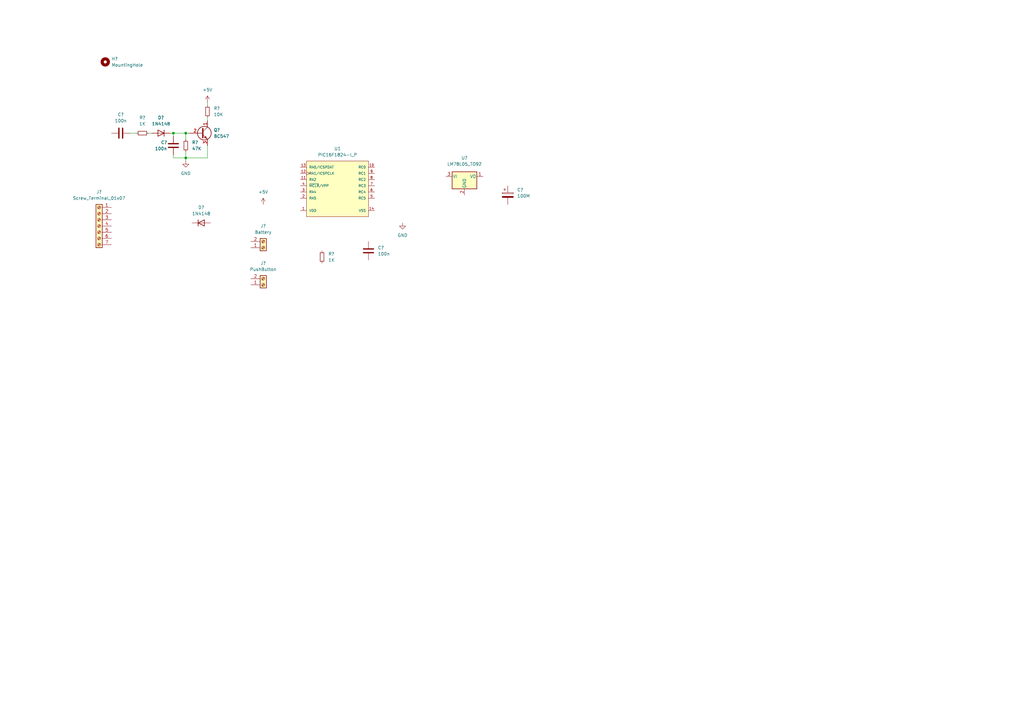
<source format=kicad_sch>
(kicad_sch (version 20211123) (generator eeschema)
  (paper "A3")
  (title_block (title "Water Level Sensor"))
  (lib_symbols
    (symbol "Connector:Screw_Terminal_01x02" (pin_names (offset 1.016) hide)
      (property "Reference" "J" (at 0 2.54 0))
      (property "Value" "Screw_Terminal_01x02" (at 0 -5.08 0))
      (symbol "Screw_Terminal_01x02_1_1"
        (rectangle (start -1.27 1.27) (end 1.27 -3.81) (stroke (width 0.254)) (fill (type background)))
        (circle (center 0 -2.54) (radius 0.635) (stroke (width 0.1524)))
        (polyline (pts (xy -0.5334 -2.2098) (xy 0.3302 -3.048)) (stroke (width 0.1524)))
        (polyline (pts (xy -0.5334 0.3302) (xy 0.3302 -0.508)) (stroke (width 0.1524)))
        (polyline (pts (xy -0.3556 -2.032) (xy 0.508 -2.8702)) (stroke (width 0.1524)))
        (polyline (pts (xy -0.3556 0.508) (xy 0.508 -0.3302)) (stroke (width 0.1524)))
        (circle (center 0 0) (radius 0.635) (stroke (width 0.1524)))
        (pin passive line (at -5.08 0 0) (length 3.81) (name "Pin_1") (number "1"))
        (pin passive line (at -5.08 -2.54 0) (length 3.81) (name "Pin_2") (number "2"))
      )
    )
    (symbol "Connector:Screw_Terminal_01x07" (pin_names (offset 1.016) hide)
      (property "Reference" "J" (at 0 10.16 0))
      (property "Value" "Screw_Terminal_01x07" (at 0 -10.16 0))
      (symbol "Screw_Terminal_01x07_1_1"
        (rectangle (start -1.27 8.89) (end 1.27 -8.89) (stroke (width 0.254)) (fill (type background)))
        (circle (center 0 -7.62) (radius 0.635) (stroke (width 0.1524)))
        (circle (center 0 -5.08) (radius 0.635) (stroke (width 0.1524)))
        (circle (center 0 -2.54) (radius 0.635) (stroke (width 0.1524)))
        (polyline (pts (xy -0.5334 -7.2898) (xy 0.3302 -8.128)) (stroke (width 0.1524)))
        (polyline (pts (xy -0.5334 -4.7498) (xy 0.3302 -5.588)) (stroke (width 0.1524)))
        (polyline (pts (xy -0.5334 -2.2098) (xy 0.3302 -3.048)) (stroke (width 0.1524)))
        (polyline (pts (xy -0.5334 0.3302) (xy 0.3302 -0.508)) (stroke (width 0.1524)))
        (polyline (pts (xy -0.5334 2.8702) (xy 0.3302 2.032)) (stroke (width 0.1524)))
        (polyline (pts (xy -0.5334 5.4102) (xy 0.3302 4.572)) (stroke (width 0.1524)))
        (polyline (pts (xy -0.5334 7.9502) (xy 0.3302 7.112)) (stroke (width 0.1524)))
        (polyline (pts (xy -0.3556 -7.112) (xy 0.508 -7.9502)) (stroke (width 0.1524)))
        (polyline (pts (xy -0.3556 -4.572) (xy 0.508 -5.4102)) (stroke (width 0.1524)))
        (polyline (pts (xy -0.3556 -2.032) (xy 0.508 -2.8702)) (stroke (width 0.1524)))
        (polyline (pts (xy -0.3556 0.508) (xy 0.508 -0.3302)) (stroke (width 0.1524)))
        (polyline (pts (xy -0.3556 3.048) (xy 0.508 2.2098)) (stroke (width 0.1524)))
        (polyline (pts (xy -0.3556 5.588) (xy 0.508 4.7498)) (stroke (width 0.1524)))
        (polyline (pts (xy -0.3556 8.128) (xy 0.508 7.2898)) (stroke (width 0.1524)))
        (circle (center 0 0) (radius 0.635) (stroke (width 0.1524)))
        (circle (center 0 2.54) (radius 0.635) (stroke (width 0.1524)))
        (circle (center 0 5.08) (radius 0.635) (stroke (width 0.1524)))
        (circle (center 0 7.62) (radius 0.635) (stroke (width 0.1524)))
        (pin passive line (at -5.08 7.62 0) (length 3.81) (name "Pin_1") (number "1"))
        (pin passive line (at -5.08 5.08 0) (length 3.81) (name "Pin_2") (number "2"))
        (pin passive line (at -5.08 2.54 0) (length 3.81) (name "Pin_3") (number "3"))
        (pin passive line (at -5.08 0 0) (length 3.81) (name "Pin_4") (number "4"))
        (pin passive line (at -5.08 -2.54 0) (length 3.81) (name "Pin_5") (number "5"))
        (pin passive line (at -5.08 -5.08 0) (length 3.81) (name "Pin_6") (number "6"))
        (pin passive line (at -5.08 -7.62 0) (length 3.81) (name "Pin_7") (number "7"))
      )
    )
    (symbol "Device:C" (pin_numbers hide) (pin_names (offset 0.254))
      (property "Reference" "C" (at 0.635 2.54 0))
      (property "Value" "C" (at 0.635 -2.54 0))
      (symbol "C_0_1"
        (polyline (pts (xy -2.032 -0.762) (xy 2.032 -0.762)) (stroke (width 0.508)))
        (polyline (pts (xy -2.032 0.762) (xy 2.032 0.762)) (stroke (width 0.508)))
      )
      (symbol "C_1_1"
        (pin passive line (at 0 3.81 270) (length 2.794) (name "~") (number "1"))
        (pin passive line (at 0 -3.81 90) (length 2.794) (name "~") (number "2"))
      )
    )
    (symbol "Device:C_Polarized" (pin_numbers hide) (pin_names (offset 0.254))
      (property "Reference" "C" (at 0.635 2.54 0))
      (property "Value" "C_Polarized" (at 0.635 -2.54 0))
      (symbol "C_Polarized_0_1"
        (rectangle (start -2.286 0.508) (end 2.286 1.016))
        (polyline (pts (xy -1.778 2.286) (xy -0.762 2.286)))
        (polyline (pts (xy -1.27 2.794) (xy -1.27 1.778)))
        (rectangle (start 2.286 -0.508) (end -2.286 -1.016) (fill (type outline)))
      )
      (symbol "C_Polarized_1_1"
        (pin passive line (at 0 3.81 270) (length 2.794) (name "~") (number "1"))
        (pin passive line (at 0 -3.81 90) (length 2.794) (name "~") (number "2"))
      )
    )
    (symbol "Device:R_Small" (pin_numbers hide) (pin_names (offset 0.254) hide)
      (property "Reference" "R" (at 0.762 0.508 0))
      (property "Value" "R_Small" (at 0.762 -1.016 0))
      (symbol "R_Small_0_1"
        (rectangle (start -0.762 1.778) (end 0.762 -1.778) (stroke (width 0.2032)))
      )
      (symbol "R_Small_1_1"
        (pin passive line (at 0 2.54 270) (length 0.762) (name "~") (number "1"))
        (pin passive line (at 0 -2.54 90) (length 0.762) (name "~") (number "2"))
      )
    )
    (symbol "Diode:1N4148" (pin_numbers hide) (pin_names (offset 1.016) hide)
      (property "Reference" "D" (at 0 2.54 0))
      (property "Value" "1N4148" (at 0 -2.54 0))
      (symbol "1N4148_0_1"
        (polyline (pts (xy -1.27 1.27) (xy -1.27 -1.27)) (stroke (width 0.254)))
        (polyline (pts (xy 1.27 0) (xy -1.27 0)))
        (polyline (pts (xy 1.27 1.27) (xy 1.27 -1.27) (xy -1.27 0) (xy 1.27 1.27)) (stroke (width 0.254)))
      )
      (symbol "1N4148_1_1"
        (pin passive line (at -3.81 0 0) (length 2.54) (name "K") (number "1"))
        (pin passive line (at 3.81 0 180) (length 2.54) (name "A") (number "2"))
      )
    )
    (symbol "Mechanical:MountingHole" (pin_names (offset 1.016))
      (property "Reference" "H" (at 0 5.08 0))
      (property "Value" "MountingHole" (at 0 3.175 0))
      (symbol "MountingHole_0_1"
        (circle (center 0 0) (radius 1.27) (stroke (width 1.27)))
      )
    )
    (symbol "PIC16F1824:PIC16F1824-I_P" (pin_names (offset 1.016))
      (property "Reference" "U" (at 0 5.08 0))
      (property "Value" "PIC16F1824-I_P" (at 0 7.62 0))
      (symbol "PIC16F1824-I_P_1_1"
        (rectangle (start 2.54 2.54) (end 27.94 -20.32) (fill (type background)))
        (pin power_in line (at 0 -17.78 0) (length 2.54) (name "VDD") (number "1"))
        (pin bidirectional line (at 30.48 0 180) (length 2.54) (name "RC0") (number "10"))
        (pin bidirectional line (at 0 -5.08 0) (length 2.54) (name "RA2") (number "11"))
        (pin bidirectional clock (at 0 -2.54 0) (length 2.54) (name "RA1/ICSPCLK") (number "12"))
        (pin bidirectional line (at 0 0 0) (length 2.54) (name "RA0/ICSPDAT") (number "13"))
        (pin power_in line (at 30.48 -17.78 180) (length 2.54) (name "VSS") (number "14"))
        (pin bidirectional line (at 0 -12.7 0) (length 2.54) (name "RA5") (number "2"))
        (pin bidirectional line (at 0 -10.16 0) (length 2.54) (name "RA4") (number "3"))
        (pin input line (at 0 -7.62 0) (length 2.54) (name "~{MCLR}/VPP") (number "4"))
        (pin bidirectional line (at 30.48 -12.7 180) (length 2.54) (name "RC5") (number "5"))
        (pin bidirectional line (at 30.48 -10.16 180) (length 2.54) (name "RC4") (number "6"))
        (pin bidirectional line (at 30.48 -7.62 180) (length 2.54) (name "RC3") (number "7"))
        (pin bidirectional line (at 30.48 -5.08 180) (length 2.54) (name "RC2") (number "8"))
        (pin bidirectional line (at 30.48 -2.54 180) (length 2.54) (name "RC1") (number "9"))
      )
    )
    (symbol "Regulator_Linear:LM78L05_TO92" (pin_names (offset 0.254))
      (property "Reference" "U" (at -3.81 3.175 0))
      (property "Value" "LM78L05_TO92" (at 0 3.175 0))
      (symbol "LM78L05_TO92_0_1"
        (rectangle (start -5.08 -5.08) (end 5.08 1.905) (stroke (width 0.254)) (fill (type background)))
      )
      (symbol "LM78L05_TO92_1_1"
        (pin power_out line (at 7.62 0 180) (length 2.54) (name "VO") (number "1"))
        (pin power_in line (at 0 -7.62 90) (length 2.54) (name "GND") (number "2"))
        (pin power_in line (at -7.62 0 0) (length 2.54) (name "VI") (number "3"))
      )
    )
    (symbol "Transistor_BJT:BC547" (pin_names (offset 0) hide)
      (property "Reference" "Q" (at 5.08 1.905 0))
      (property "Value" "BC547" (at 5.08 0 0))
      (symbol "BC547_0_1"
        (polyline (pts (xy 0 0) (xy 0.635 0)))
        (polyline (pts (xy 0.635 0.635) (xy 2.54 2.54)))
        (polyline (pts (xy 0.635 -0.635) (xy 2.54 -2.54) (xy 2.54 -2.54)))
        (polyline (pts (xy 0.635 1.905) (xy 0.635 -1.905) (xy 0.635 -1.905)) (stroke (width 0.508)))
        (polyline (pts (xy 1.27 -1.778) (xy 1.778 -1.27) (xy 2.286 -2.286) (xy 1.27 -1.778) (xy 1.27 -1.778)) (fill (type outline)))
        (circle (center 1.27 0) (radius 2.8194) (stroke (width 0.254)))
      )
      (symbol "BC547_1_1"
        (pin passive line (at 2.54 5.08 270) (length 2.54) (name "C") (number "1"))
        (pin input line (at -5.08 0 0) (length 5.08) (name "B") (number "2"))
        (pin passive line (at 2.54 -5.08 90) (length 2.54) (name "E") (number "3"))
      )
    )
    (symbol "power:+5V" (power) (pin_names (offset 0))
      (property "Value" "+5V" (at 0 3.556 0))
      (symbol "+5V_0_1"
        (polyline (pts (xy -0.762 1.27) (xy 0 2.54)))
        (polyline (pts (xy 0 0) (xy 0 2.54)))
        (polyline (pts (xy 0 2.54) (xy 0.762 1.27)))
      )
      (symbol "+5V_1_1"
        (pin power_in line (at 0 0 90) (length 0) hide (name "+5V") (number "1"))
      )
    )
    (symbol "power:GND" (power) (pin_names (offset 0))
      (property "Value" "GND" (at 0 -3.81 0))
      (symbol "GND_0_1"
        (polyline (pts (xy 0 0) (xy 0 -1.27) (xy 1.27 -1.27) (xy 0 -2.54) (xy -1.27 -1.27) (xy 0 -1.27)))
      )
      (symbol "GND_1_1"
        (pin power_in line (at 0 0 270) (length 0) hide (name "GND") (number "1"))
      )
    )
  )
  (junction (at 76.2 64.77))
  (junction (at 76.2 54.61))
  (junction (at 71.12 54.61))
  (wire (pts (xy 85.09 48.26) (xy 85.09 49.53)))
  (wire (pts (xy 71.12 54.61) (xy 76.2 54.61)))
  (wire (pts (xy 76.2 54.61) (xy 77.47 54.61)))
  (wire (pts (xy 53.34 54.61) (xy 55.88 54.61)))
  (wire (pts (xy 71.12 54.61) (xy 71.12 55.88)))
  (wire (pts (xy 85.09 59.69) (xy 85.09 64.77)))
  (wire (pts (xy 85.09 41.91) (xy 85.09 43.18)))
  (wire (pts (xy 76.2 64.77) (xy 76.2 66.04)))
  (wire (pts (xy 76.2 62.23) (xy 76.2 64.77)))
  (wire (pts (xy 71.12 64.77) (xy 76.2 64.77)))
  (wire (pts (xy 76.2 54.61) (xy 76.2 57.15)))
  (wire (pts (xy 60.96 54.61) (xy 62.23 54.61)))
  (wire (pts (xy 71.12 63.5) (xy 71.12 64.77)))
  (wire (pts (xy 76.2 64.77) (xy 85.09 64.77)))
  (wire (pts (xy 69.85 54.61) (xy 71.12 54.61)))
  (symbol (lib_id "Connector:Screw_Terminal_01x02") (at 107.95 101.6 0) (mirror x) (unit 1)
    (property "Reference" "J?" (at 107.95 92.71 0))
    (property "Value" "Battery" (at 107.95 95.25 0))
    (property "Footprint" "TerminalBlock_Altech:Altech_AK300_1x02_P5.00mm_45-Degree" (effects hide))
  )
  (symbol (lib_id "Mechanical:MountingHole") (at 43.18 25.4 0) (unit 1)
    (property "Reference" "H?" (at 45.72 24.1299 0) (effects (justify left)))
    (property "Value" "MountingHole" (at 45.72 26.6699 0) (effects (justify left)))
    (property "Footprint" "MountingHole:MountingHole_3.2mm_M3" (effects hide))
  )
  (symbol (lib_id "power:GND") (at 76.2 66.04 0) (unit 1)
    (property "Reference" "#PWR?" (effects hide))
    (property "Value" "GND" (at 76.2 71.12 0))
  )
  (symbol (lib_id "Device:R_Small") (at 76.2 59.69 0) (unit 1)
    (property "Reference" "R?" (at 78.74 58.4199 0) (effects (justify left)))
    (property "Value" "47K" (at 78.74 60.9599 0) (effects (justify left)))
    (property "Footprint" "Resistor_THT:R_Axial_DIN0207_L6.3mm_D2.5mm_P10.16mm_Horizontal" (effects hide))
  )
  (symbol (lib_id "power:GND") (at 165.1 91.44 0) (unit 1)
    (property "Reference" "#PWR?" (effects hide))
    (property "Value" "GND" (at 165.1 96.52 0))
  )
  (symbol (lib_id "Connector:Screw_Terminal_01x02") (at 107.95 116.84 0) (mirror x) (unit 1)
    (property "Reference" "J?" (at 107.95 107.95 0))
    (property "Value" "PushButton" (at 107.95 110.49 0))
    (property "Footprint" "TerminalBlock_Altech:Altech_AK300_1x02_P5.00mm_45-Degree" (effects hide))
  )
  (symbol (lib_id "PIC16F1824:PIC16F1824-I_P") (at 123.19 68.58 0) (unit 1)
    (property "Reference" "U1" (at 138.43 60.96 0))
    (property "Value" "PIC16F1824-I_P" (at 138.43 63.5 0))
    (property "Footprint" "Package_DIP:DIP-14_W7.62mm_Socket_LongPads" (effects hide))
    (property "Datasheet" "http://ww1.microchip.com/downloads/en/DeviceDoc/41419D.pdf" (effects hide))
    (property "Component Link 2 Description" "Package Specification" (effects hide))
    (property "Component Link 2 URL" "http://www.microchip.com/stellent/groups/techpub_sg/documents/packagingspec/en012702.pdf" (effects hide))
    (property "Component Link 3 Description" "URL Link1" (effects hide))
    (property "Component Link 3 URL" "Product URL:http://www.microchip.com/datasheet/PIC16F1824" (effects hide))
    (property "Datasheet Version" "Rev. D" (effects hide))
    (property "Digital Communication" "1 -A/E/USART, 1 -MSSP(SPI/I2C)" (effects hide))
    (property "EEPROM Data Memory bytes" "256" (effects hide))
    (property "IO Pins" "11" (effects hide))
    (property "Internal Oscillator" "32 MHz, 31 kHz" (effects hide))
    (property "Max CPU Speed MHz" "32" (effects hide))
    (property "Memory Type" "Flash" (effects hide))
    (property "Mounting Technology" "Through Hole" (effects hide))
    (property "Operation Voltage Range" "1.8V - 5.5V" (effects hide))
    (property "Package Description" "14-Lead Plastic Dual In-Line, 6.6 x 19.18 mm Body, 2.54 mm Pitch" (effects hide))
    (property "Package Version" "C04-005B, 12/2012" (effects hide))
    (property "Packing" "TUBE" (effects hide))
    (property "Program Memory KBytes" "7" (effects hide))
    (property "Program Memory KWords" "4" (effects hide))
    (property "RAM" "256" (effects hide))
    (property "Timers" "4 - 8-bit, 1 - 16-bit" (effects hide))
    (property "category" "IC" (effects hide))
    (property "ciiva ids" "1205526" (effects hide))
    (property "library id" "0d84736ee5127ed8" (effects hide))
    (property "manufacturer" "Microchip" (effects hide))
    (property "of AD Channels" "8" (effects hide))
    (property "package" "PDIP-P14" (effects hide))
    (property "release date" "1370052640" (effects hide))
    (property "rohs" "Yes" (effects hide))
    (property "vault revision" "23E746D3-509A-4506-9637-B60D9F8234C2" (effects hide))
    (property "imported" "yes" (effects hide))
  )
  (symbol (lib_id "Regulator_Linear:LM78L05_TO92") (at 190.5 72.39 0) (unit 1)
    (property "Reference" "U?" (at 190.5 64.77 0))
    (property "Value" "LM78L05_TO92" (at 190.5 67.31 0))
    (property "Footprint" "Package_TO_SOT_THT:TO-92_Inline" (effects hide))
    (property "Datasheet" "https://www.onsemi.com/pub/Collateral/MC78L06A-D.pdf" (effects hide))
  )
  (symbol (lib_id "Transistor_BJT:BC547") (at 82.55 54.61 0) (unit 1)
    (property "Reference" "Q?" (at 87.63 53.3399 0) (effects (justify left)))
    (property "Value" "BC547" (at 87.63 55.8799 0) (effects (justify left)))
    (property "Footprint" "Package_TO_SOT_THT:TO-92_Inline" (effects hide))
    (property "Datasheet" "https://www.onsemi.com/pub/Collateral/BC550-D.pdf" (effects hide))
  )
  (symbol (lib_id "Device:C") (at 49.53 54.61 270) (unit 1)
    (property "Reference" "C?" (at 49.53 46.99 90))
    (property "Value" "100n" (at 49.53 49.53 90))
    (property "Footprint" "Capacitor_THT:C_Disc_D7.0mm_W2.5mm_P5.00mm" (effects hide))
  )
  (symbol (lib_id "Connector:Screw_Terminal_01x07") (at 40.64 92.71 0) (mirror y) (unit 1)
    (property "Reference" "J?" (at 40.64 78.74 0))
    (property "Value" "Screw_Terminal_01x07" (at 40.64 81.28 0))
    (property "Footprint" "TerminalBlock_Altech:Altech_AK300_1x07_P5.00mm_45-Degree" (effects hide))
  )
  (symbol (lib_id "Device:R_Small") (at 132.08 105.41 0) (unit 1)
    (property "Reference" "R?" (at 134.62 104.1399 0) (effects (justify left)))
    (property "Value" "1K" (at 134.62 106.6799 0) (effects (justify left)))
    (property "Footprint" "Resistor_THT:R_Axial_DIN0207_L6.3mm_D2.5mm_P10.16mm_Horizontal" (effects hide))
  )
  (symbol (lib_id "Diode:1N4148") (at 66.04 54.61 0) (mirror y) (unit 1)
    (property "Reference" "D?" (at 66.04 48.26 0))
    (property "Value" "1N4148" (at 66.04 50.8 0))
    (property "Footprint" "Diode_THT:D_DO-35_SOD27_P7.62mm_Horizontal" (effects hide))
    (property "Datasheet" "https://assets.nexperia.com/documents/data-sheet/1N4148_1N4448.pdf" (effects hide))
  )
  (symbol (lib_id "Device:R_Small") (at 85.09 45.72 0) (unit 1)
    (property "Reference" "R?" (at 87.63 44.4499 0) (effects (justify left)))
    (property "Value" "10K" (at 87.63 46.9899 0) (effects (justify left)))
    (property "Footprint" "Resistor_THT:R_Axial_DIN0207_L6.3mm_D2.5mm_P10.16mm_Horizontal" (effects hide))
  )
  (symbol (lib_id "Diode:1N4148") (at 82.55 91.44 0) (unit 1)
    (property "Reference" "D?" (at 82.55 85.09 0))
    (property "Value" "1N4148" (at 82.55 87.63 0))
    (property "Footprint" "Diode_THT:D_DO-35_SOD27_P7.62mm_Horizontal" (effects hide))
    (property "Datasheet" "https://assets.nexperia.com/documents/data-sheet/1N4148_1N4448.pdf" (effects hide))
  )
  (symbol (lib_id "Device:C") (at 151.13 102.87 0) (unit 1)
    (property "Reference" "C?" (at 154.94 101.5999 0) (effects (justify left)))
    (property "Value" "100n" (at 154.94 104.1399 0) (effects (justify left)))
    (property "Footprint" "Capacitor_THT:C_Disc_D7.0mm_W2.5mm_P5.00mm" (effects hide))
  )
  (symbol (lib_id "Device:C_Polarized") (at 208.28 80.01 0) (unit 1)
    (property "Reference" "C?" (at 212.09 77.8509 0) (effects (justify left)))
    (property "Value" "100M" (at 212.09 80.3909 0) (effects (justify left)))
    (property "Footprint" "Capacitor_THT:CP_Radial_D8.0mm_P5.00mm" (effects hide))
  )
  (symbol (lib_id "power:+5V") (at 85.09 41.91 0) (unit 1)
    (property "Reference" "#PWR?" (effects hide))
    (property "Value" "+5V" (at 85.09 36.83 0))
  )
  (symbol (lib_id "Device:C") (at 71.12 59.69 0) (unit 1)
    (property "Reference" "C?" (at 66.04 58.42 0) (effects (justify left)))
    (property "Value" "100n" (at 63.5 60.96 0) (effects (justify left)))
    (property "Footprint" "Capacitor_THT:C_Disc_D7.0mm_W2.5mm_P5.00mm" (effects hide))
  )
  (symbol (lib_id "Device:R_Small") (at 58.42 54.61 270) (unit 1)
    (property "Reference" "R?" (at 58.42 48.26 90))
    (property "Value" "1K" (at 58.42 50.8 90))
    (property "Footprint" "Resistor_THT:R_Axial_DIN0207_L6.3mm_D2.5mm_P10.16mm_Horizontal" (effects hide))
  )
  (symbol (lib_id "power:+5V") (at 107.95 83.82 0) (unit 1)
    (property "Reference" "#PWR?" (effects hide))
    (property "Value" "+5V" (at 107.95 78.74 0))
  )
)
</source>
